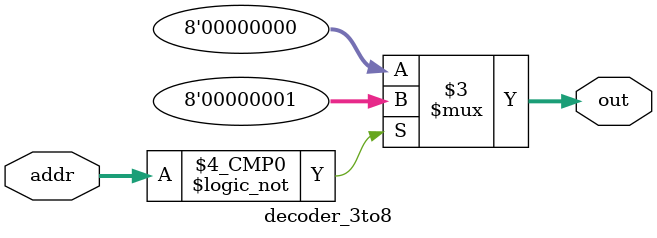
<source format=v>
module decoder_3to8(
    input wire[2:0] addr,
    output reg[7:0] out
);

    always @(*)
    begin
        case (addr)
            3'd0:
                out = 8'd1;
            default:
                out = 8'd0;
        endcase
    end
    
endmodule

</source>
